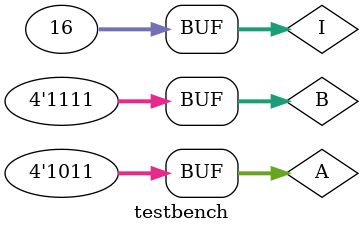
<source format=v>
`timescale 1ns/1ns
module testbench;
    reg [3:0]A;
    reg [3:0]B;
    wire [2:0]O;
    integer I;

HC85 ul(A, B, O);

initial
    begin
    A=0;
    B=0;
    #5 A=4'b1001;
    for (I=1; I<=15; I=I+1)
        begin
        #5 B=I;
        end
        #5 A = 4'b1011;
        for (I=1;I<=15;I=I+1)

        begin
        #5 B=I;
        end
    end
initial
    $monitor ("time=%t, A=%b, B=%b, O=%b", $time, A, B, O);
endmodule

</source>
